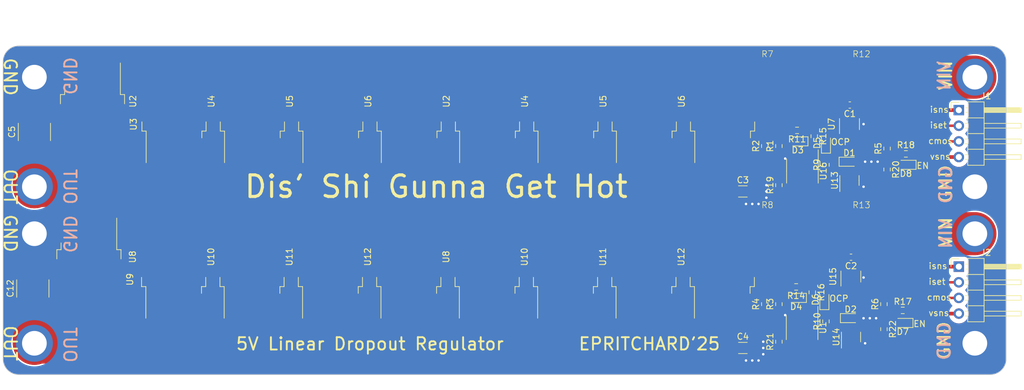
<source format=kicad_pcb>
(kicad_pcb (version 20221018) (generator pcbnew)
  (layers (0 "F.Cu" signal) (31 "B.Cu" signal) (34 "B.Paste" user) (35 "F.Paste" user) (36 "B.SilkS" user "B.Silkscreen") (37 "F.SilkS" user "F.Silkscreen") (38 "B.Mask" user) (39 "F.Mask" user) (44 "Edge.Cuts" user))
  (net 0 "")
  (net 1 "Net-(D1-K)")
  (net 2 "GND")
  (net 3 "Net-(D2-K)")
  (net 4 "/H-bridge/inject_OC_thresh_0")
  (net 5 "/H-bridge/inject_OC_thresh_1")
  (net 6 "/H-bridge/sw_0_oc_n")
  (net 7 "Net-(D5-A)")
  (net 8 "/H-bridge/sw_1_oc_n")
  (net 9 "Net-(D6-A)")
  (net 10 "Net-(D7-K)")
  (net 11 "/H-bridge/enable_1")
  (net 12 "Net-(D8-K)")
  (net 13 "/H-bridge/enable_0")
  (net 14 "/H-bridge/5v_1")
  (net 15 "/H-bridge/5v_0")
  (net 16 "/H-bridge/input_i_sns_0")
  (net 17 "/H-bridge/input_i_sns_1")
  (net 18 "/H-bridge/enable_n_1_cmos")
  (net 19 "/H-bridge/enable_n_0_cmos")
  (net 20 "Net-(R1-Pad2)")
  (net 21 "Net-(R2-Pad1)")
  (net 22 "/H-bridge/gate_0")
  (net 23 "Net-(R3-Pad2)")
  (net 24 "Net-(R4-Pad1)")
  (net 25 "/H-bridge/gate_1")
  (net 26 "+12V")
  (net 27 "Net-(U7-IN-)")
  (net 28 "Net-(U15-IN-)")
  (net 31 "Net-(R12-Pad1)")
  (net 32 "Net-(R13-Pad1)")
  (net 33 "/H-bridge/v_sns_0")
  (net 34 "/H-bridge/v_sns_1")
  (footprint "Package_TO_SOT_SMD:TO-263-6" (layer "F.Cu") (at 75.908666 54.556028 90)
    (fp_text reference "U10")
    (fp_text value "~")
  )
  (footprint "Diode_SMD:D_0603_1608Metric_Pad1.05x0.95mm_HandSolder" (layer "F.Cu") (at 172.9119 64.500275)
    (fp_text reference "D2")
    (fp_text value "D_Zener")
  )
  (footprint "Package_TO_SOT_SMD:TO-263-6" (layer "F.Cu") (at 63.208666 54.556028 90)
    (fp_text reference "U8")
    (fp_text value "~")
  )
  (footprint "Package_TO_SOT_SMD:TO-263-6" (layer "F.Cu") (at 152.165 29.325 90)
    (fp_text reference "U6")
    (fp_text value "~")
  )
  (footprint "Package_TO_SOT_SMD:TO-263-6" (layer "F.Cu") (at 139.408666 54.556028 90)
    (fp_text reference "U11")
    (fp_text value "~")
  )
  (footprint "Resistor_SMD:R_0603_1608Metric_Pad0.98x0.95mm_HandSolder" (layer "F.Cu") (at 178.308 66.294 -90)
    (fp_text reference "R22")
    (fp_text value "R")
  )
  (footprint "Resistor_SMD:R_0603_1608Metric_Pad0.98x0.95mm_HandSolder" (layer "F.Cu") (at 161.29 42.926 90)
    (fp_text reference "R19")
    (fp_text value "R")
  )
  (footprint "Connector_PinHeader_2.54mm:PinHeader_1x04_P2.54mm_Horizontal" (layer "F.Cu") (at 190.443 56.144)
    (fp_text reference "J2")
    (fp_text value "Conn_01x04")
  )
  (footprint "Diode_SMD:D_0603_1608Metric_Pad1.05x0.95mm_HandSolder" (layer "F.Cu") (at 164.338 35.814 180)
    (fp_text reference "D3")
    (fp_text value "D_Zener")
  )
  (footprint "LED_SMD:LED_0603_1608Metric_Pad1.05x0.95mm_HandSolder" (layer "F.Cu") (at 168.656 61.468 90)
    (fp_text reference "D6")
    (fp_text value "LED")
  )
  (footprint "Package_TO_SOT_SMD:TO-263-6" (layer "F.Cu") (at 114.008666 54.556028 90)
    (fp_text reference "U8")
    (fp_text value "~")
  )
  (footprint "Resistor_SMD:R_0603_1608Metric_Pad0.98x0.95mm_HandSolder" (layer "F.Cu") (at 161.29 36.576 90)
    (fp_text reference "R1")
    (fp_text value "R")
  )
  (footprint "Resistor_SMD:R_0603_1608Metric_Pad0.98x0.95mm_HandSolder" (layer "F.Cu") (at 159.004 62.23 90)
    (fp_text reference "R4")
    (fp_text value "R")
  )
  (footprint "Capacitor_SMD:C_2220_5650Metric_Pad1.97x5.40mm_HandSolder" (layer "F.Cu") (at 40.386 59.69 90)
    (fp_text reference "C12")
    (fp_text value "C")
  )
  (footprint "Resistor_SMD:R_0603_1608Metric_Pad0.98x0.95mm_HandSolder" (layer "F.Cu") (at 159.004 36.576 90)
    (fp_text reference "R2")
    (fp_text value "R")
  )
  (footprint "Connector_PinHeader_2.54mm:PinHeader_1x04_P2.54mm_Horizontal" (layer "F.Cu") (at 190.443 30.744)
    (fp_text reference "J1")
    (fp_text value "Conn_01x04")
  )
  (footprint "Resistor_SMD:R_0603_1608Metric_Pad0.98x0.95mm_HandSolder" (layer "F.Cu") (at 181.356 63.246)
    (fp_text reference "R17")
    (fp_text value "R")
  )
  (footprint "Capacitor_SMD:C_0603_1608Metric_Pad1.08x0.95mm_HandSolder" (layer "F.Cu") (at 172.780244 29.918224 180)
    (fp_text reference "C1")
    (fp_text value "C")
  )
  (footprint "Resistor_SMD:R_0603_1608Metric_Pad0.98x0.95mm_HandSolder" (layer "F.Cu") (at 161.29 62.23 90)
    (fp_text reference "R3")
    (fp_text value "R")
  )
  (footprint "Package_TO_SOT_SMD:TO-263-6" (layer "F.Cu") (at 152.108666 54.556028 90)
    (fp_text reference "U12")
    (fp_text value "~")
  )
  (footprint "Capacitor_SMD:C_1206_3216Metric_Pad1.33x1.80mm_HandSolder" (layer "F.Cu") (at 155.448 43.942)
    (fp_text reference "C3")
    (fp_text value "C")
  )
  (footprint "Resistor_SMD:R_0603_1608Metric_Pad0.98x0.95mm_HandSolder" (layer "F.Cu") (at 168.91 65.024 90)
    (fp_text reference "R10")
    (fp_text value "R")
  )
  (footprint "Package_TO_SOT_SMD:SOT-23-5" (layer "F.Cu") (at 172.72 42.164 90)
    (fp_text reference "U13")
    (fp_text value "SN74LVC1G14DBV")
  )
  (footprint "LED_SMD:LED_0603_1608Metric_Pad1.05x0.95mm_HandSolder" (layer "F.Cu") (at 181.356 65.278 180)
    (fp_text reference "D7")
    (fp_text value "LED")
  )
  (footprint "Resistor_SMD:R_0603_1608Metric_Pad0.98x0.95mm_HandSolder" (layer "F.Cu") (at 166.697302 60.308683 -90)
    (fp_text reference "R16")
    (fp_text value "R")
  )
  (footprint "Resistor_SMD:R_0603_1608Metric_Pad0.98x0.95mm_HandSolder" (layer "F.Cu") (at 168.91 39.624 90)
    (fp_text reference "R9")
    (fp_text value "R")
  )
  (footprint "Package_TO_SOT_SMD:TO-263-6" (layer "F.Cu") (at 101.308666 54.556028 90)
    (fp_text reference "U12")
    (fp_text value "~")
  )
  (footprint "Capacitor_SMD:C_2220_5650Metric_Pad1.97x5.40mm_HandSolder" (layer "F.Cu") (at 40.64 34.29 90)
    (fp_text reference "C5")
    (fp_text value "C")
  )
  (footprint "Package_TO_SOT_SMD:SOT-23-5_HandSoldering" (layer "F.Cu") (at 172.72 33.02 90)
    (fp_text reference "U7")
    (fp_text value "~")
  )
  (footprint "Package_TO_SOT_SMD:TO-263-6" (layer "F.Cu") (at 75.965 29.325 90)
    (fp_text reference "U4")
    (fp_text value "~")
  )
  (footprint "Package_TO_SOT_SMD:SOT-23-5_HandSoldering" (layer "F.Cu") (at 172.945158 57.755538 90)
    (fp_text reference "U15")
    (fp_text value "~")
  )
  (footprint "LED_SMD:LED_0603_1608Metric_Pad1.05x0.95mm_HandSolder" (layer "F.Cu") (at 181.864 39.624 180)
    (fp_text reference "D8")
    (fp_text value "LED")
  )
  (footprint "Diode_SMD:D_0603_1608Metric_Pad1.05x0.95mm_HandSolder" (layer "F.Cu") (at 164.084 61.214 180)
    (fp_text reference "D4")
    (fp_text value "D_Zener")
  )
  (footprint "Resistor_SMD:R_0603_1608Metric_Pad0.98x0.95mm_HandSolder" (layer "F.Cu") (at 178.308 62.23 90)
    (fp_text reference "R6")
    (fp_text value "R")
  )
  (footprint "Package_TO_SOT_SMD:TO-263-6" (layer "F.Cu") (at 101.365 29.325 90)
    (fp_text reference "U6")
    (fp_text value "~")
  )
  (footprint "Resistor_SMD:R_0603_1608Metric_Pad0.98x0.95mm_HandSolder" (layer "F.Cu") (at 181.864 37.846)
    (fp_text reference "R18")
    (fp_text value "R")
  )
  (footprint "Package_TO_SOT_SMD:TO-263-6" (layer "F.Cu") (at 88.665 29.325 90)
    (fp_text reference "U5")
    (fp_text value "~")
  )
  (footprint "Diode_SMD:D_0603_1608Metric_Pad1.05x0.95mm_HandSolder" (layer "F.Cu") (at 172.70597 39.117065)
    (fp_text reference "D1")
    (fp_text value "D_Zener")
  )
  (footprint "Package_TO_SOT_SMD:TO-263-6" (layer "F.Cu") (at 50.056275 33.05 -90)
    (fp_text reference "U3")
    (fp_text value "~")
  )
  (footprint "LED_SMD:LED_0603_1608Metric_Pad1.05x0.95mm_HandSolder" (layer "F.Cu") (at 168.91 36.068 90)
    (fp_text reference "D5")
    (fp_text value "LED")
  )
  (footprint "178-009-613R571:4527" (layer "F.Cu") (at 159.425398 22.149999)
    (fp_text reference "R7")
    (fp_text value "~")
  )
  (footprint "Package_TO_SOT_SMD:TO-263-6" (layer "F.Cu") (at 139.465 29.325 90)
    (fp_text reference "U5")
    (fp_text value "~")
  )
  (footprint "Resistor_SMD:R_0603_1608Metric_Pad0.98x0.95mm_HandSolder" (layer "F.Cu") (at 164.084 59.436 180)
    (fp_text reference "R14")
    (fp_text value "R")
  )
  (footprint "Package_TO_SOT_SMD:TO-263-6" (layer "F.Cu") (at 114.065 29.325 90)
    (fp_text reference "U2")
    (fp_text value "~")
  )
  (footprint "Package_SO:SOIC-8_3.9x4.9mm_P1.27mm" (layer "F.Cu") (at 165.1 40.64 -90)
    (fp_text reference "U16")
    (fp_text value "LM358")
  )
  (footprint "Resistor_SMD:R_0603_1608Metric_Pad0.98x0.95mm_HandSolder" (layer "F.Cu") (at 161.29 68.326 90)
    (fp_text reference "R21")
    (fp_text value "R")
  )
  (footprint "178-009-613R571:4527" (layer "F.Cu") (at 174.665399 46.649225)
    (fp_text reference "R13")
    (fp_text value "~")
  )
  (footprint "Package_TO_SOT_SMD:TO-263-6" (layer "F.Cu") (at 63.265 29.325 90)
    (fp_text reference "U2")
    (fp_text value "~")
  )
  (footprint "Package_TO_SOT_SMD:TO-263-6" (layer "F.Cu") (at 126.708666 54.556028 90)
    (fp_text reference "U10")
    (fp_text value "~")
  )
  (footprint "178-009-613R571:4527" (layer "F.Cu") (at 159.425399 46.649225)
    (fp_text reference "R8")
    (fp_text value "~")
  )
  (footprint "Package_TO_SOT_SMD:TO-263-6" (layer "F.Cu") (at 126.765 29.325 90)
    (fp_text reference "U4")
    (fp_text value "~")
  )
  (footprint "Resistor_SMD:R_0603_1608Metric_Pad0.98x0.95mm_HandSolder" (layer "F.Cu") (at 178.816 36.9805 90)
    (fp_text reference "R5")
    (fp_text value "R")
  )
  (footprint "178-009-613R571:4527" (layer "F.Cu") (at 174.665398 22.149999)
    (fp_text reference "R12")
    (fp_text value "~")
  )
  (footprint "Package_SO:SOIC-8_3.9x4.9mm_P1.27mm" (layer "F.Cu") (at 165.043666 66.04 -90)
    (fp_text reference "U1")
    (fp_text value "LM358")
  )
  (footprint "Resistor_SMD:R_0603_1608Metric_Pad0.98x0.95mm_HandSolder" (layer "F.Cu") (at 167.013345 34.984642 -90)
    (fp_text reference "R15")
    (fp_text value "R")
  )
  (footprint "Capacitor_SMD:C_1206_3216Metric_Pad1.33x1.80mm_HandSolder" (layer "F.Cu") (at 155.448 69.342)
    (fp_text reference "C4")
    (fp_text value "C")
  )
  (footprint "Resistor_SMD:R_0603_1608Metric_Pad0.98x0.95mm_HandSolder" (layer "F.Cu") (at 178.816 40.386 -90)
    (fp_text reference "R20")
    (fp_text value "R")
  )
  (footprint "Capacitor_SMD:C_0603_1608Metric_Pad1.08x0.95mm_HandSolder" (layer "F.Cu") (at 172.974 54.61 180)
    (fp_text reference "C2")
    (fp_text value "C")
  )
  (footprint "Package_TO_SOT_SMD:TO-263-6" (layer "F.Cu") (at 88.608666 54.556028 90)
    (fp_text reference "U11")
    (fp_text value "~")
  )
  (footprint "Resistor_SMD:R_0603_1608Metric_Pad0.98x0.95mm_HandSolder" (layer "F.Cu") (at 164.2345 34.036 180)
    (fp_text reference "R11")
    (fp_text value "R")
  )
  (footprint "Package_TO_SOT_SMD:SOT-23-5" (layer "F.Cu") (at 172.974 67.564 90)
    (fp_text reference "U14")
    (fp_text value "SN74LVC1G14DBV")
  )
  (footprint "Package_TO_SOT_SMD:TO-263-6" (layer "F.Cu") (at 49.473666 58.219146 -90)
    (fp_text reference "U9")
    (fp_text value "~")
  )
  (gr_line (start 198.12 71.12) (end 198.12 22.86) (stroke (width 0.1)) (layer "Edge.Cuts"))
  (gr_line (start 35.56 22.86) (end 35.56 71.12) (stroke (width 0.1)) (layer "Edge.Cuts"))
  (gr_arc (start 38.1 73.66) (mid 36.303949 72.916051) (end 35.56 71.12) (stroke (width 0.1)) (layer "Edge.Cuts"))
  (gr_line (start 195.58 20.32) (end 38.1 20.32) (stroke (width 0.1)) (layer "Edge.Cuts"))
  (gr_arc (start 198.12 71.12) (mid 197.376051 72.916051) (end 195.58 73.66) (stroke (width 0.1)) (layer "Edge.Cuts"))
  (gr_arc (start 35.56 22.86) (mid 36.303949 21.063949) (end 38.1 20.32) (stroke (width 0.1)) (layer "Edge.Cuts"))
  (gr_line (start 38.1 73.66) (end 195.58 73.66) (stroke (width 0.1)) (layer "Edge.Cuts"))
  (gr_arc (start 195.58 20.32) (mid 197.376051 21.063949) (end 198.12 22.86) (stroke (width 0.1)) (layer "Edge.Cuts"))
  (gr_text "GND" (at 189.484 39.624 90) (layer "B.SilkS") (effects (font (size 2 2) (thickness 0.3)) (justify left bottom mirror)))
  (gr_text "OUT" (at 45.212 71.882 -90) (layer "B.SilkS") (effects (font (size 2 2) (thickness 0.3)) (justify left bottom mirror)))
  (gr_text "GND" (at 45.212 28.448 -90) (layer "B.SilkS") (effects (font (size 2 2) (thickness 0.3)) (justify left bottom mirror)))
  (gr_text "VIN" (at 189.23 22.606 90) (layer "B.SilkS") (effects (font (size 2 2) (thickness 0.3)) (justify left bottom mirror)))
  (gr_text "OUT" (at 45.212 46.228 -90) (layer "B.SilkS") (effects (font (size 2 2) (thickness 0.3)) (justify left bottom mirror)))
  (gr_text "VIN" (at 189.484 48.26 90) (layer "B.SilkS") (effects (font (size 2 2) (thickness 0.3)) (justify left bottom mirror)))
  (gr_text "GND" (at 189.23 65.024 90) (layer "B.SilkS") (effects (font (size 2 2) (thickness 0.3)) (justify left bottom mirror)))
  (gr_text "GND" (at 45.212 54.102 -90) (layer "B.SilkS") (effects (font (size 2 2) (thickness 0.3)) (justify left bottom mirror)))
  (gr_text "GND" (at 35.56 22.098 -90) (layer "F.SilkS") (effects (font (size 2 2) (thickness 0.3)) (justify left bottom)))
  (gr_text "iset" (at 185.674 33.782) (layer "F.SilkS") (effects (font (size 1 1)) (justify left bottom)))
  (gr_text "EN" (at 183.016 66.013) (layer "F.SilkS") (effects (font (size 1 1)) (justify left bottom)))
  (gr_text "OCP" (at 169.391 61.898) (layer "F.SilkS") (effects (font (size 1 1)) (justify left bottom)))
  (gr_text "isns" (at 185.458236 56.625287) (layer "F.SilkS") (effects (font (size 1 1)) (justify left bottom)))
  (gr_text "VIN" (at 189.484 53.086 90) (layer "F.SilkS") (effects (font (size 2 2) (thickness 0.3)) (justify left bottom)))
  (gr_text "iset" (at 185.458236 59.165287) (layer "F.SilkS") (effects (font (size 1 1)) (justify left bottom)))
  (gr_text "EN" (at 183.524 40.359) (layer "F.SilkS") (effects (font (size 1 1)) (justify left bottom)))
  (gr_text "Dis' Shi Gunna Get Hot" (at 74.422 45.212) (layer "F.SilkS") (effects (font (size 3.5 3.5) (thickness 0.5)) (justify left bottom)))
  (gr_text "GND" (at 189.23 71.374 90) (layer "F.SilkS") (effects (font (size 2 2) (thickness 0.3)) (justify left bottom)))
  (gr_text "GND" (at 35.56 47.498 -90) (layer "F.SilkS") (effects (font (size 2 2) (thickness 0.3)) (justify left bottom)))
  (gr_text "VIN" (at 189.484 27.686 90) (layer "F.SilkS") (effects (font (size 2 2) (thickness 0.3)) (justify left bottom)))
  (gr_text "cmos" (at 185.204236 61.705287) (layer "F.SilkS") (effects (font (size 1 1)) (justify left bottom)))
  (gr_text "5V Linear Dropout Regulator	EPRITCHARD'25" (at 73.152 69.85) (layer "F.SilkS") (effects (font (size 2 2) (thickness 0.3)) (justify left bottom)))
  (gr_text "OUT" (at 35.56 65.532 270) (layer "F.SilkS") (effects (font (size 2 2) (thickness 0.3)) (justify left bottom)))
  (gr_text "OCP" (at 169.645 36.498) (layer "F.SilkS") (effects (font (size 1 1)) (justify left bottom)))
  (gr_text "vsns" (at 185.458236 64.245287) (layer "F.SilkS") (effects (font (size 1 1)) (justify left bottom)))
  (gr_text "isns" (at 185.674 31.242) (layer "F.SilkS") (effects (font (size 1 1)) (justify left bottom)))
  (gr_text "OUT" (at 35.56 40.132 270) (layer "F.SilkS") (effects (font (size 2 2) (thickness 0.3)) (justify left bottom)))
  (gr_text "GND" (at 189.484 45.974 90) (layer "F.SilkS") (effects (font (size 2 2) (thickness 0.3)) (justify left bottom)))
  (gr_text "cmos" (at 185.42 36.322) (layer "F.SilkS") (effects (font (size 1 1)) (justify left bottom)))
  (gr_text "vsns" (at 185.674 38.862) (layer "F.SilkS") (effects (font (size 1 1)) (justify left bottom)))
  (segment (start 171.28 40.5365) (end 171.77 41.0265) (width 0.6) (layer "F.Cu") (net 1))
  (segment (start 168.91 40.5365) (end 171.28 40.5365) (width 0.6) (layer "F.Cu") (net 1))
  (segment (start 171.77 41.0265) (end 171.77 39.178035) (width 0.6) (layer "F.Cu") (net 1))
  (segment (start 171.77 39.178035) (end 171.83097 39.117065) (width 0.6) (layer "F.Cu") (net 1))
  (segment (start 174.495 35.65) (end 175.006 35.139) (width 0.6) (layer "F.Cu") (net 2))
  (segment (start 176.022 64.516) (end 176.037725 64.500275) (width 0.6) (layer "F.Cu") (net 2))
  (segment (start 163.463 37.897) (end 163.195 38.165) (width 0.6) (layer "F.Cu") (net 2))
  (segment (start 178.007 65.3815) (end 177.1415 64.516) (width 0.6) (layer "F.Cu") (net 2))
  (segment (start 174.720158 60.385538) (end 173.070158 60.385538) (width 0.6) (layer "F.Cu") (net 2))
  (segment (start 175.1385 68.7015) (end 175.26 68.58) (width 0.4) (layer "F.Cu") (net 2))
  (segment (start 173.7869 64.500275) (end 174.990275 64.500275) (width 0.6) (layer "F.Cu") (net 2))
  (segment (start 174.990275 64.500275) (end 175.006 64.516) (width 0.6) (layer "F.Cu") (net 2))
  (segment (start 180.34 63.1425) (end 180.4435 63.246) (width 0.6) (layer "F.Cu") (net 2))
  (segment (start 177.591935 39.117065) (end 178.816 37.893) (width 0.6) (layer "F.Cu") (net 2))
  (segment (start 172.845 35.65) (end 174.495 35.65) (width 0.6) (layer "F.Cu") (net 2))
  (segment (start 173.67 43.3015) (end 174.8845 43.3015) (width 0.4) (layer "F.Cu") (net 2))
  (segment (start 162.695666 64.008) (end 162.306 64.008) (width 0.6) (layer "F.Cu") (net 2))
  (segment (start 172.72 35.525) (end 172.845 35.65) (width 0.6) (layer "F.Cu") (net 2))
  (segment (start 176.006275 64.500275) (end 176.022 64.516) (width 0.6) (layer "F.Cu") (net 2))
  (segment (start 177.038 64.516) (end 177.038 64.4125) (width 0.6) (layer "F.Cu") (net 2))
  (segment (start 163.195 38.165) (end 162.749 38.165) (width 0.6) (layer "F.Cu") (net 2))
  (segment (start 175.006 57.912) (end 175.006 60.099696) (width 0.6) (layer "F.Cu") (net 2))
  (segment (start 163.209 61.214) (end 163.209 63.494666) (width 0.6) (layer "F.Cu") (net 2))
  (segment (start 172.72 34.37) (end 172.72 35.525) (width 0.6) (layer "F.Cu") (net 2))
  (segment (start 175.006 35.139) (end 175.006 33.02) (width 0.6) (layer "F.Cu") (net 2))
  (segment (start 177.292 39.116) (end 177.292 39.117065) (width 0.6) (layer "F.Cu") (net 2))
  (segment (start 178.816 37.893) (end 180.9045 37.893) (width 0.6) (layer "F.Cu") (net 2))
  (segment (start 175.258935 39.117065) (end 175.26 39.116) (width 0.6) (layer "F.Cu") (net 2))
  (segment (start 48.786275 50.8) (end 43.18 50.8) (width 7) (layer "F.Cu") (net 2))
  (segment (start 172.945158 60.260538) (end 172.945158 59.105538) (width 0.6) (layer "F.Cu") (net 2))
  (segment (start 163.209 63.494666) (end 163.138666 63.565) (width 0.6) (layer "F.Cu") (net 2))
  (segment (start 40.64 29.464) (end 40.386 29.718) (width 7) (layer "F.Cu") (net 2))
  (segment (start 176.274935 39.117065) (end 176.276 39.116) (width 0.6) (layer "F.Cu") (net 2))
  (segment (start 177.292 39.117065) (end 177.591935 39.117065) (width 0.6) (layer "F.Cu") (net 2))
  (segment (start 173.924 68.7015) (end 175.1385 68.7015) (width 0.4) (layer "F.Cu") (net 2))
  (segment (start 177.038 64.4125) (end 178.308 63.1425) (width 0.6) (layer "F.Cu") (net 2))
  (segment (start 178.308 65.3815) (end 178.007 65.3815) (width 0.6) (layer "F.Cu") (net 2))
  (segment (start 40.64 50.8) (end 40.623666 50.816334) (width 7) (layer "F.Cu") (net 2))
  (segment (start 163.463 35.814) (end 163.463 37.897) (width 0.6) (layer "F.Cu") (net 2))
  (segment (start 176.277065 39.117065) (end 177.292 39.116) (width 0.6) (layer "F.Cu") (net 2))
  (segment (start 176.276 39.116) (end 176.277065 39.117065) (width 0.6) (layer "F.Cu") (net 2))
  (segment (start 173.58097 39.117065) (end 175.258935 39.117065) (width 0.6) (layer "F.Cu") (net 2))
  (segment (start 40.64 25.4) (end 40.64 29.464) (width 7) (layer "F.Cu") (net 2))
  (segment (start 178.816 39.4735) (end 177.648435 39.4735) (width 0.6) (layer "F.Cu") (net 2))
  (segment (start 178.308 63.1425) (end 180.34 63.1425) (width 0.6) (layer "F.Cu") (net 2))
  (segment (start 176.950225 64.500275) (end 177.038 64.4125) (width 0.6) (layer "F.Cu") (net 2))
  (segment (start 40.623666 50.816334) (end 40.623666 53.383001) (width 7) (layer "F.Cu") (net 2))
  (segment (start 174.8845 43.3015) (end 175.006 43.18) (width 0.4) (layer "F.Cu") (net 2))
  (segment (start 177.648435 39.4735) (end 177.292 39.117065) (width 0.6) (layer "F.Cu") (net 2))
  (segment (start 177.1415 64.516) (end 177.038 64.516) (width 0.6) (layer "F.Cu") (net 2))
  (segment (start 175.006 64.516) (end 175.021725 64.500275) (width 0.6) (layer "F.Cu") (net 2))
  (segment (start 175.006 60.099696) (end 174.720158 60.385538) (width 0.6) (layer "F.Cu") (net 2))
  (segment (start 175.021725 64.500275) (end 176.006275 64.500275) (width 0.6) (layer "F.Cu") (net 2))
  (segment (start 48.786275 25.4) (end 43.18 25.4) (width 7) (layer "F.Cu") (net 2))
  (segment (start 177.038 64.4125) (end 177.038 64.4125) (width 0.6) (layer "F.Cu") (net 2))
  (segment (start 180.9045 37.893) (end 180.9515 37.846) (width 0.6) (layer "F.Cu") (net 2))
  (segment (start 176.037725 64.500275) (end 176.950225 64.500275) (width 0.6) (layer "F.Cu") (net 2))
  (segment (start 163.138666 63.565) (end 162.695666 64.008) (width 0.6) (layer "F.Cu") (net 2))
  (segment (start 175.26 39.116) (end 175.261065 39.117065) (width 0.6) (layer "F.Cu") (net 2))
  (segment (start 162.749 38.165) (end 162.306 38.608) (width 0.6) (layer "F.Cu") (net 2))
  (segment (start 175.261065 39.117065) (end 176.274935 39.117065) (width 0.6) (layer "F.Cu") (net 2))
  (segment (start 173.070158 60.385538) (end 172.945158 60.260538) (width 0.6) (layer "F.Cu") (net 2))
  (via (at 193.04 43.18) (size 6) (drill 4) (layers "F.Cu" "B.Cu") (net 2))
  (via (at 175.006 57.912) (size 0.8) (drill 0.4) (layers "F.Cu" "B.Cu") (net 2))
  (via (at 156.972 45.974) (size 0.8) (drill 0.4) (layers "F.Cu" "B.Cu") (net 2))
  (via (at 40.64 25.4) (size 6) (drill 4) (layers "F.Cu" "B.Cu") (net 2))
  (via (at 176.022 64.516) (size 0.8) (drill 0.4) (layers "F.Cu" "B.Cu") (net 2))
  (via (at 176.276 39.116) (size 0.8) (drill 0.4) (layers "F.Cu" "B.Cu") (net 2))
  (via (at 155.956 45.974) (size 0.8) (drill 0.4) (layers "F.Cu" "B.Cu") (net 2))
  (via (at 193.040001 68.58) (size 6) (drill 4) (layers "F.Cu" "B.Cu") (net 2))
  (via (at 157.988 45.974) (size 0.8) (drill 0.4) (layers "F.Cu" "B.Cu") (net 2))
  (via (at 159.258 43.942) (size 0.8) (drill 0.4) (layers "F.Cu" "B.Cu") (net 2))
  (via (at 177.038 64.516) (size 0.8) (drill 0.4) (layers "F.Cu" "B.Cu") (net 2))
  (via (at 159.258 42.926) (size 0.8) (drill 0.4) (layers "F.Cu" "B.Cu") (net 2))
  (via (at 157.988 71.374) (size 0.8) (drill 0.4) (layers "F.Cu" "B.Cu") (net 2))
  (via (at 175.006 33.02) (size 0.8) (drill 0.4) (layers "F.Cu" "B.Cu") (net 2))
  (via (at 158.75 68.326) (size 0.8) (drill 0.4) (layers "F.Cu" "B.Cu") (net 2))
  (via (at 162.306 38.608) (size 0.8) (drill 0.4) (layers "F.Cu" "B.Cu") (net 2))
  (via (at 175.26 68.58) (size 0.8) (drill 0.4) (layers "F.Cu" "B.Cu") (net 2))
  (via (at 40.64 50.8) (size 6) (drill 4) (layers "F.Cu" "B.Cu") (net 2))
  (via (at 177.292 39.116) (size 0.8) (drill 0.4) (layers "F.Cu" "B.Cu") (net 2))
  (via (at 158.75 69.342) (size 0.8) (drill 0.4) (layers "F.Cu" "B.Cu") (net 2))
  (via (at 155.956 71.374) (size 0.8) (drill 0.4) (layers "F.Cu" "B.Cu") (net 2))
  (via (at 158.75 70.358) (size 0.8) (drill 0.4) (layers "F.Cu" "B.Cu") (net 2))
  (via (at 162.306 64.008) (size 0.8) (drill 0.4) (layers "F.Cu" "B.Cu") (net 2))
  (via (at 159.258 44.958) (size 0.8) (drill 0.4) (layers "F.Cu" "B.Cu") (net 2))
  (via (at 156.972 71.374) (size 0.8) (drill 0.4) (layers "F.Cu" "B.Cu") (net 2))
  (via (at 175.006 64.516) (size 0.8) (drill 0.4) (layers "F.Cu" "B.Cu") (net 2))
  (via (at 175.26 39.116) (size 0.8) (drill 0.4) (layers "F.Cu" "B.Cu") (net 2))
  (via (at 175.006 43.18) (size 0.8) (drill 0.4) (layers "F.Cu" "B.Cu") (net 2))
  (segment (start 171.534 65.9365) (end 172.024 66.4265) (width 0.6) (layer "F.Cu") (net 3))
  (segment (start 172.024 66.4265) (end 172.024 64.513175) (width 0.6) (layer "F.Cu") (net 3))
  (segment (start 168.91 65.9365) (end 171.534 65.9365) (width 0.6) (layer "F.Cu") (net 3))
  (segment (start 172.024 64.513175) (end 172.0369 64.500275) (width 0.6) (layer "F.Cu") (net 3))
  (segment (start 165.213 35.814) (end 165.213 34.102) (width 0.4) (layer "F.Cu") (net 4))
  (segment (start 175.448 37.15) (end 179.324 33.274) (width 0.4) (layer "F.Cu") (net 4))
  (segment (start 164.465 38.647817) (end 165.416183 39.599) (width 0.4) (layer "F.Cu") (net 4))
  (segment (start 179.334 33.284) (end 190.443 33.284) (width 0.4) (layer "F.Cu") (net 4))
  (segment (start 170.876 37.15) (end 175.448 37.15) (width 0.4) (layer "F.Cu") (net 4))
  (segment (start 169.926 38.1) (end 170.876 37.15) (width 0.4) (layer "F.Cu") (net 4))
  (segment (start 165.416183 39.599) (end 169.411561 39.599) (width 0.4) (layer "F.Cu") (net 4))
  (segment (start 164.465 38.165) (end 164.465 38.647817) (width 0.4) (layer "F.Cu") (net 4))
  (segment (start 169.926 39.084561) (end 169.926 38.1) (width 0.4) (layer "F.Cu") (net 4))
  (segment (start 179.324 33.274) (end 179.334 33.284) (width 0.4) (layer "F.Cu") (net 4))
  (segment (start 164.465 36.562) (end 165.213 35.814) (width 0.4) (layer "F.Cu") (net 4))
  (segment (start 164.465 38.165) (end 164.465 36.562) (width 0.4) (layer "F.Cu") (net 4))
  (segment (start 169.411561 39.599) (end 169.926 39.084561) (width 0.4) (layer "F.Cu") (net 4))
  (segment (start 165.213 34.102) (end 165.147 34.036) (width 0.4) (layer "F.Cu") (net 4))
  (segment (start 164.408666 63.565) (end 164.408666 61.764334) (width 0.4) (layer "F.Cu") (net 5))
  (segment (start 164.959 61.214) (end 164.959 59.4735) (width 0.4) (layer "F.Cu") (net 5))
  (segment (start 164.408666 61.764334) (end 164.959 61.214) (width 0.4) (layer "F.Cu") (net 5))
  (segment (start 179.08 58.684) (end 190.443 58.684) (width 0.4) (layer "F.Cu") (net 5))
  (segment (start 164.408666 64.047816) (end 165.35985 64.999) (width 0.4) (layer "F.Cu") (net 5))
  (segment (start 164.408666 63.565) (end 164.408666 64.047816) (width 0.4) (layer "F.Cu") (net 5))
  (segment (start 165.35985 64.999) (end 169.411561 64.999) (width 0.4) (layer "F.Cu") (net 5))
  (segment (start 179.07 58.674) (end 179.08 58.684) (width 0.4) (layer "F.Cu") (net 5))
  (segment (start 170.524462 61.885538) (end 175.858462 61.885538) (width 0.4) (layer "F.Cu") (net 5))
  (segment (start 169.926 64.484561) (end 169.926 62.484) (width 0.4) (layer "F.Cu") (net 5))
  (segment (start 175.858462 61.885538) (end 179.07 58.674) (width 0.4) (layer "F.Cu") (net 5))
  (segment (start 169.926 62.484) (end 170.524462 61.885538) (width 0.4) (layer "F.Cu") (net 5))
  (segment (start 169.411561 64.999) (end 169.926 64.484561) (width 0.4) (layer "F.Cu") (net 5))
  (segment (start 164.959 59.4735) (end 164.9965 59.436) (width 0.4) (layer "F.Cu") (net 5))
  (segment (start 168.3635 38.165) (end 168.91 38.7115) (width 0.6) (layer "F.Cu") (net 6))
  (segment (start 168.3635 38.165) (end 168.3635 37.4895) (width 0.6) (layer "F.Cu") (net 6))
  (segment (start 167.005 38.165) (end 168.3635 38.165) (width 0.6) (layer "F.Cu") (net 6))
  (segment (start 168.3635 37.4895) (end 168.91 36.943) (width 0.6) (layer "F.Cu") (net 6))
  (segment (start 167.717487 35.193) (end 167.013345 35.897142) (width 0.6) (layer "F.Cu") (net 7))
  (segment (start 168.91 35.193) (end 167.717487 35.193) (width 0.6) (layer "F.Cu") (net 7))
  (segment (start 167.386 63.565) (end 167.434 63.565) (width 0.6) (layer "F.Cu") (net 8))
  (segment (start 167.386 63.565) (end 168.3635 63.565) (width 0.6) (layer "F.Cu") (net 8))
  (segment (start 167.434 63.565) (end 168.656 62.343) (width 0.6) (layer "F.Cu") (net 8))
  (segment (start 168.3635 63.565) (end 168.91 64.1115) (width 0.6) (layer "F.Cu") (net 8))
  (segment (start 166.948666 63.565) (end 167.386 63.565) (width 0.6) (layer "F.Cu") (net 8))
  (segment (start 168.656 60.593) (end 167.325485 60.593) (width 0.6) (layer "F.Cu") (net 9))
  (segment (start 167.325485 60.593) (end 166.697302 61.221183) (width 0.6) (layer "F.Cu") (net 9))
  (segment (start 182.2685 63.246) (end 182.2685 65.2405) (width 0.4) (layer "F.Cu") (net 10))
  (segment (start 182.2685 65.2405) (end 182.231 65.278) (width 0.4) (layer "F.Cu") (net 10))
  (segment (start 176.06 68.911371) (end 175.081371 69.89) (width 0.4) (layer "F.Cu") (net 11))
  (segment (start 175.081371 69.89) (end 163.87 69.89) (width 0.4) (layer "F.Cu") (net 11))
  (segment (start 180.481 65.278) (end 179.465 66.294) (width 0.4) (layer "F.Cu") (net 11))
  (segment (start 163.138666 69.158666) (end 163.138666 68.515) (width 0.4) (layer "F.Cu") (net 11))
  (segment (start 163.87 69.89) (end 163.138666 69.158666) (width 0.4) (layer "F.Cu") (net 11))
  (segment (start 179.465 66.294) (end 174.0565 66.294) (width 0.4) (layer "F.Cu") (net 11))
  (segment (start 173.924 66.4265) (end 174.237871 66.4265) (width 0.4) (layer "F.Cu") (net 11))
  (segment (start 174.0565 66.294) (end 173.924 66.4265) (width 0.4) (layer "F.Cu") (net 11))
  (segment (start 174.237871 66.4265) (end 176.06 68.248629) (width 0.4) (layer "F.Cu") (net 11))
  (segment (start 176.06 68.248629) (end 176.06 68.911371) (width 0.4) (layer "F.Cu") (net 11))
  (segment (start 182.739 39.624) (end 182.739 37.8835) (width 0.4) (layer "F.Cu") (net 12))
  (segment (start 182.739 37.8835) (end 182.7765 37.846) (width 0.4) (layer "F.Cu") (net 12))
  (segment (start 173.67 41.0265) (end 173.983871 41.0265) (width 0.4) (layer "F.Cu") (net 13))
  (segment (start 174.827371 44.49) (end 164.087183 44.49) (width 0.4) (layer "F.Cu") (net 13))
  (segment (start 164.087183 44.49) (end 163.195 43.597817) (width 0.4) (layer "F.Cu") (net 13))
  (segment (start 174.2855 40.411) (end 173.67 41.0265) (width 0.4) (layer "F.Cu") (net 13))
  (segment (start 163.195 43.597817) (end 163.195 43.115) (width 0.4) (layer "F.Cu") (net 13))
  (segment (start 180.989 39.624) (end 180.202 40.411) (width 0.4) (layer "F.Cu") (net 13))
  (segment (start 175.806 43.511371) (end 174.827371 44.49) (width 0.4) (layer "F.Cu") (net 13))
  (segment (start 173.983871 41.0265) (end 175.806 42.848629) (width 0.4) (layer "F.Cu") (net 13))
  (segment (start 175.806 42.848629) (end 175.806 43.511371) (width 0.4) (layer "F.Cu") (net 13))
  (segment (start 180.202 40.411) (end 174.2855 40.411) (width 0.4) (layer "F.Cu") (net 13))
  (segment (start 99.568 68.375) (end 99.568 67.952126) (width 7) (layer "F.Cu") (net 14))
  (segment (start 152.500259 63.239149) (end 152.500259 66.045174) (width 7) (layer "F.Cu") (net 14))
  (segment (start 73.152 68.375) (end 53.34 68.375) (width 7) (layer "F.Cu") (net 14))
  (segment (start 112.746599 68.375) (end 114.298666 66.822933) (width 7) (layer "F.Cu") (net 14))
  (segment (start 135.382 68.375) (end 137.245127 68.375) (width 7) (layer "F.Cu") (net 14))
  (segment (start 109.982 68.375) (end 112.746599 68.375) (width 7) (layer "F.Cu") (net 14))
  (segment (start 114.298666 66.822933) (end 114.298666 63.551079) (width 7) (layer "F.Cu") (net 14))
  (segment (start 137.245127 68.375) (end 139.698666 65.921461) (width 7) (layer "F.Cu") (net 14))
  (segment (start 150.170433 68.375) (end 135.382 68.375) (width 7) (layer "F.Cu") (net 14))
  (segment (start 53.34 68.375) (end 40.845 68.375) (width 7) (layer "F.Cu") (net 14))
  (segment (start 53.34 68.375) (end 61.045127 68.375) (width 7) (layer "F.Cu") (net 14))
  (segment (start 86.445127 68.375) (end 88.898666 65.921461) (width 7) (layer "F.Cu") (net 14))
  (segment (start 63.498666 65.921461) (end 63.498666 63.406028) (width 7) (layer "F.Cu") (net 14))
  (segment (start 135.382 68.375) (end 124.714 68.375) (width 7) (layer "F.Cu") (net 14))
  (segment (start 86.106 68.375) (end 86.445127 68.375) (width 7) (layer "F.Cu") (net 14))
  (segment (start 99.568 67.952126) (end 101.6 65.920127) (width 7) (layer "F.Cu") (net 14))
  (segment (start 40.64 68.58) (end 40.64 64.77) (width 7) (layer "F.Cu") (net 14))
  (segment (start 73.152 68.375) (end 73.745127 68.375) (width 7) (layer "F.Cu") (net 14))
  (segment (start 164.408666 67.890761) (end 164.408666 68.515) (width 0.6) (layer "F.Cu") (net 14))
  (segment (start 99.568 68.375) (end 86.106 68.375) (width 7) (layer "F.Cu") (net 14))
  (segment (start 73.745127 68.375) (end 77.178666 64.941461) (width 7) (layer "F.Cu") (net 14))
  (segment (start 88.898666 65.921461) (end 88.898666 63.406028) (width 7) (layer "F.Cu") (net 14))
  (segment (start 151.505433 67.04) (end 163.557905 67.04) (width 0.6) (layer "F.Cu") (net 14))
  (segment (start 50.056275 59.95) (end 50.056275 65.091275) (width 7) (layer "F.Cu") (net 14))
  (segment (start 40.64 64.77) (end 40.386 64.516) (width 7) (layer "F.Cu") (net 14))
  (segment (start 139.698666 65.921461) (end 139.698666 63.406028) (width 7) (layer "F.Cu") (net 14))
  (segment (start 77.178666 63.406028) (end 76.2 63.406028) (width 7) (layer "F.Cu") (net 14))
  (segment (start 124.714 68.375) (end 109.982 68.375) (width 7) (layer "F.Cu") (net 14))
  (segment (start 150.170433 68.375) (end 151.505433 67.04) (width 0.6) (layer "F.Cu") (net 14))
  (segment (start 61.045127 68.375) (end 63.498666 65.921461) (width 7) (layer "F.Cu") (net 14))
  (segment (start 127 65.920127) (end 127 63.406028) (width 7) (layer "F.Cu") (net 14))
  (segment (start 124.714 68.375) (end 124.714 68.206126) (width 7) (layer "F.Cu") (net 14))
  (segment (start 50.056275 65.091275) (end 53.34 68.375) (width 7) (layer "F.Cu") (net 14))
  (segment (start 86.106 68.375) (end 73.745127 68.375) (width 7) (layer "F.Cu") (net 14))
  (segment (start 88.898666 63.406028) (end 89.878666 63.406028) (width 7) (layer "F.Cu") (net 14))
  (segment (start 124.714 68.206126) (end 127 65.920127) (width 7) (layer "F.Cu") (net 14))
  (segment (start 101.6 65.920127) (end 101.6 63.406028) (width 7) (layer "F.Cu") (net 14))
  (segment (start 109.982 68.375) (end 99.568 68.375) (width 7) (layer "F.Cu") (net 14))
  (segment (start 163.557905 67.04) (end 164.408666 67.890761) (width 0.6) (layer "F.Cu") (net 14))
  (segment (start 40.845 68.375) (end 40.64 68.58) (width 7) (layer "F.Cu") (net 14))
  (segment (start 77.178666 64.941461) (end 77.178666 63.406028) (width 7) (layer "F.Cu") (net 14))
  (segment (start 152.500259 66.045174) (end 150.170433 68.375) (width 7) (layer "F.Cu") (net 14))
  (via (at 40.64 68.58) (size 6) (drill 4) (layers "F.Cu" "B.Cu") (net 14))
  (segment (start 112.070433 42.975) (end 114.554 40.491433) (width 7) (layer "F.Cu") (net 15))
  (segment (start 164.465 42.490761) (end 163.614239 41.64) (width 0.6) (layer "F.Cu") (net 15))
  (segment (start 57.404 42.975) (end 61.270433 42.975) (width 7) (layer "F.Cu") (net 15))
  (segment (start 154.001687 41.656) (end 152.74556 40.399873) (width 0.6) (layer "F.Cu") (net 15))
  (segment (start 63.754 40.491433) (end 63.754 38.175) (width 7) (layer "F.Cu") (net 15))
  (segment (start 84.328 42.975) (end 86.670433 42.975) (width 7) (layer "F.Cu") (net 15))
  (segment (start 72.136 42.975) (end 73.970433 42.975) (width 7) (layer "F.Cu") (net 15))
  (segment (start 125.73 42.975) (end 110.236 42.975) (width 7) (layer "F.Cu") (net 15))
  (segment (start 72.136 42.975) (end 57.404 42.975) (width 7) (layer "F.Cu") (net 15))
  (segment (start 110.236 42.975) (end 112.070433 42.975) (width 7) (layer "F.Cu") (net 15))
  (segment (start 89.154 40.491433) (end 89.154 38.175) (width 7) (layer "F.Cu") (net 15))
  (segment (start 40.845 42.975) (end 40.64 43.18) (width 7) (layer "F.Cu") (net 15))
  (segment (start 86.670433 42.975) (end 89.154 40.491433) (width 7) (layer "F.Cu") (net 15))
  (segment (start 114.554 40.491433) (end 114.554 38.036) (width 7) (layer "F.Cu") (net 15))
  (segment (start 50.056275 34.55) (end 50.056275 39.691275) (width 7) (layer "F.Cu") (net 15))
  (segment (start 110.236 42.975) (end 99.06 42.975) (width 7) (layer "F.Cu") (net 15))
  (segment (start 50.056275 39.691275) (end 53.34 42.975) (width 7) (layer "F.Cu") (net 15))
  (segment (start 152.74556 38.157189) (end 152.74556 40.399873) (width 7) (layer "F.Cu") (net 15))
  (segment (start 57.404 42.975) (end 53.34 42.975) (width 7) (layer "F.Cu") (net 15))
  (segment (start 161.814 41.64) (end 161.798 41.656) (width 0.6) (layer "F.Cu") (net 15))
  (segment (start 101.854 40.491433) (end 101.854 38.175) (width 7) (layer "F.Cu") (net 15))
  (segment (start 53.34 42.975) (end 40.845 42.975) (width 7) (layer "F.Cu") (net 15))
  (segment (start 125.73 42.975) (end 127.254 41.451) (width 7) (layer "F.Cu") (net 15))
  (segment (start 127.254 41.451) (end 127.254 38.036) (width 7) (layer "F.Cu") (net 15))
  (segment (start 136.652 42.975) (end 125.73 42.975) (width 7) (layer "F.Cu") (net 15))
  (segment (start 99.06 42.975) (end 84.328 42.975) (width 7) (layer "F.Cu") (net 15))
  (segment (start 40.64 43.18) (end 40.64 38.862) (width 7) (layer "F.Cu") (net 15))
  (segment (start 150.170433 42.975) (end 136.652 42.975) (width 7) (layer "F.Cu") (net 15))
  (segment (start 73.970433 42.975) (end 76.454 40.491433) (width 7) (layer "F.Cu") (net 15))
  (segment (start 152.74556 40.399873) (end 150.170433 42.975) (width 7) (layer "F.Cu") (net 15))
  (segment (start 84.328 42.975) (end 72.136 42.975) (width 7) (layer "F.Cu") (net 15))
  (segment (start 139.954 40.491433) (end 139.954 38.175) (width 7) (layer "F.Cu") (net 15))
  (segment (start 99.06 42.975) (end 99.370433 42.975) (width 7) (layer "F.Cu") (net 15))
  (segment (start 99.370433 42.975) (end 101.854 40.491433) (width 7) (layer "F.Cu") (net 15))
  (segment (start 76.454 40.491433) (end 76.454 38.175) (width 7) (layer "F.Cu") (net 15))
  (segment (start 163.614239 41.64) (end 161.814 41.64) (width 0.6) (layer "F.Cu") (net 15))
  (segment (start 161.798 41.656) (end 154.001687 41.656) (width 0.6) (layer "F.Cu") (net 15))
  (segment (start 63.754 38.175) (end 64.535 38.175) (width 7) (layer "F.Cu") (net 15))
  (segment (start 61.270433 42.975) (end 63.754 40.491433) (width 7) (layer "F.Cu") (net 15))
  (segment (start 164.465 43.115) (end 164.465 42.490761) (width 0.6) (layer "F.Cu") (net 15))
  (segment (start 136.652 42.975) (end 137.470433 42.975) (width 7) (layer "F.Cu") (net 15))
  (via (at 40.64 43.18) (size 6) (drill 4) (layers "F.Cu" "B.Cu") (net 15))
  (segment (start 165.735 37.788249) (end 166.664133 36.859116) (width 0.25) (layer "F.Cu") (net 16))
  (segment (start 172.47 36.45) (end 172.72 36.45) (width 0.6) (layer "F.Cu") (net 16))
  (segment (start 168.11 36.422505) (end 168.489505 36.043) (width 0.25) (layer "F.Cu") (net 16))
  (segment (start 165.735 38.165) (end 165.735 37.788249) (width 0.25) (layer "F.Cu") (net 16))
  (segment (start 171.77 34.37) (end 171.77 35.75) (width 0.6) (layer "F.Cu") (net 16))
  (segment (start 171.477 36.043) (end 171.77 35.75) (width 0.25) (layer "F.Cu") (net 16))
  (segment (start 180.34 30.988) (end 180.34 30.983521) (width 0.6) (layer "F.Cu") (net 16))
  (segment (start 168.489505 36.043) (end 171.477 36.043) (width 0.25) (layer "F.Cu") (net 16))
  (segment (start 171.77 35.75) (end 172.47 36.45) (width 0.6) (layer "F.Cu") (net 16))
  (segment (start 180.34 30.983521) (end 180.579521 30.744) (width 0.6) (layer "F.Cu") (net 16))
  (segment (start 180.579521 30.744) (end 190.443 30.744) (width 0.6) (layer "F.Cu") (net 16))
  (segment (start 174.878 36.45) (end 180.34 30.988) (width 0.6) (layer "F.Cu") (net 16))
  (segment (start 172.72 36.45) (end 174.878 36.45) (width 0.6) (layer "F.Cu") (net 16))
  (segment (start 166.664133 36.859116) (end 168.11 36.859116) (width 0.25) (layer "F.Cu") (net 16))
  (segment (start 168.11 36.859116) (end 168.11 36.422505) (width 0.25) (layer "F.Cu") (net 16))
  (segment (start 171.995158 60.485538) (end 172.34081 60.83119) (width 0.6) (layer "F.Cu") (net 17))
  (segment (start 173.736 61.185538) (end 175.542462 61.185538) (width 0.6) (layer "F.Cu") (net 17))
  (segment (start 180.604 56.144) (end 190.443 56.144) (width 0.6) (layer "F.Cu") (net 17))
  (segment (start 167.856 61.822505) (end 168.185505 61.493) (width 0.25) (layer "F.Cu") (net 17))
  (segment (start 180.594 56.134) (end 180.604 56.144) (width 0.6) (layer "F.Cu") (net 17))
  (segment (start 171.995158 59.105538) (end 171.995158 60.485538) (width 0.6) (layer "F.Cu") (net 17))
  (segment (start 166.323666 62.543249) (end 166.607799 62.259116) (width 0.25) (layer "F.Cu") (net 17))
  (segment (start 167.856 62.259116) (end 167.856 61.822505) (width 0.25) (layer "F.Cu") (net 17))
  (segment (start 169.901 61.493) (end 170.56281 60.83119) (width 0.25) (layer "F.Cu") (net 17))
  (segment (start 165.678666 63.565) (end 166.323666 62.92) (width 0.25) (layer "F.Cu") (net 17))
  (segment (start 170.56281 60.83119) (end 172.34081 60.83119) (width 0.25) (layer "F.Cu") (net 17))
  (segment (start 166.323666 62.92) (end 166.323666 62.543249) (width 0.25) (layer "F.Cu") (net 17))
  (segment (start 166.607799 62.259116) (end 167.856 62.259116) (width 0.25) (layer "F.Cu") (net 17))
  (segment (start 172.34081 60.83119) (end 172.695158 61.185538) (width 0.6) (layer "F.Cu") (net 17))
  (segment (start 172.695158 61.185538) (end 173.736 61.185538) (width 0.6) (layer "F.Cu") (net 17))
  (segment (start 175.542462 61.185538) (end 180.594 56.134) (width 0.6) (layer "F.Cu") (net 17))
  (segment (start 168.185505 61.493) (end 169.901 61.493) (width 0.25) (layer "F.Cu") (net 17))
  (segment (start 172.974 68.7015) (end 172.974 68.211183) (width 0.4) (layer "F.Cu") (net 18))
  (segment (start 161.29 64.94) (end 161.29 63.1425) (width 0.4) (layer "F.Cu") (net 18))
  (segment (start 176.10699 62.485538) (end 177.368528 61.224) (width 0.4) (layer "F.Cu") (net 18))
  (segment (start 177.368528 61.224) (end 190.443 61.224) (width 0.4) (layer "F.Cu") (net 18))
  (segment (start 172.326817 67.564) (end 167.894 67.564) (width 0.4) (layer "F.Cu") (net 18))
  (segment (start 172.974 68.211183) (end 172.326817 67.564) (width 0.4) (layer "F.Cu") (net 18))
  (segment (start 165.929 65.599) (end 165.111322 65.599) (width 0.4) (layer "F.Cu") (net 18))
  (segment (start 172.974 62.485538) (end 176.10699 62.485538) (width 0.4) (layer "F.Cu") (net 18))
  (segment (start 167.894 67.564) (end 165.929 65.599) (width 0.4) (layer "F.Cu") (net 18))
  (segment (start 172.974 68.7015) (end 172.974 62.485538) (width 0.4) (layer "F.Cu") (net 18))
  (segment (start 164.452322 64.94) (end 161.29 64.94) (width 0.4) (layer "F.Cu") (net 18))
  (segment (start 165.111322 65.599) (end 164.452322 64.94) (width 0.4) (layer "F.Cu") (net 18))
  (segment (start 167.382817 41.74) (end 167.382817 40.890817) (width 0.4) (layer "F.Cu") (net 19))
  (segment (start 167.382817 40.890817) (end 166.691 40.199) (width 0.4) (layer "F.Cu") (net 19))
  (segment (start 166.691 40.199) (end 165.167655 40.199) (width 0.4) (layer "F.Cu") (net 19))
  (segment (start 175.696528 37.75) (end 177.622528 35.824) (width 0.4) (layer "F.Cu") (net 19))
  (segment (start 167.806817 42.164) (end 167.382817 41.74) (width 0.4) (layer "F.Cu") (net 19))
  (segment (start 164.508655 39.54) (end 161.29 39.54) (width 0.4) (layer "F.Cu") (net 19))
  (segment (start 172.72 43.3015) (end 172.72 42.811183) (width 0.4) (layer "F.Cu") (net 19))
  (segment (start 165.167655 40.199) (end 164.508655 39.54) (width 0.4) (layer "F.Cu") (net 19))
  (segment (start 161.29 39.54) (end 161.29 37.4885) (width 0.4) (layer "F.Cu") (net 19))
  (segment (start 172.072817 42.164) (end 167.806817 42.164) (width 0.4) (layer "F.Cu") (net 19))
  (segment (start 177.622528 35.824) (end 190.443 35.824) (width 0.4) (layer "F.Cu") (net 19))
  (segment (start 172.72 42.811183) (end 172.072817 42.164) (width 0.4) (layer "F.Cu") (net 19))
  (segment (start 172.816 37.75) (end 175.696528 37.75) (width 0.4) (layer "F.Cu") (net 19))
  (segment (start 172.72 43.3015) (end 172.72 37.846) (width 0.4) (layer "F.Cu") (net 19))
  (segment (start 172.72 37.846) (end 172.816 37.75) (width 0.4) (layer "F.Cu") (net 19))
  (segment (start 157.829059 33.357189) (end 157.49687 33.025) (width 0.6) (layer "F.Cu") (net 20))
  (segment (start 57.365 28.898725) (end 53.866275 25.4) (width 0.6) (layer "F.Cu") (net 20))
  (segment (start 161.29 35.6635) (end 158.983689 33.357189) (width 0.6) (layer "F.Cu") (net 20))
  (segment (start 157.49687 33.025) (end 57.804341 33.025) (width 0.6) (layer "F.Cu") (net 20))
  (segment (start 57.365 32.585659) (end 57.365 28.898725) (width 0.6) (layer "F.Cu") (net 20))
  (segment (start 57.804341 33.025) (end 57.365 32.585659) (width 0.6) (layer "F.Cu") (net 20))
  (segment (start 158.983689 33.357189) (end 157.829059 33.357189) (width 0.6) (layer "F.Cu") (net 20))
  (segment (start 163.945609 40.84) (end 164.745609 41.64) (width 0.6) (layer "F.Cu") (net 21))
  (segment (start 164.884239 41.64) (end 165.735 42.490761) (width 0.6) (layer "F.Cu") (net 21))
  (segment (start 165.735 42.490761) (end 165.735 43.115) (width 0.6) (layer "F.Cu") (net 21))
  (segment (start 164.745609 41.64) (end 164.884239 41.64) (width 0.6) (layer "F.Cu") (net 21))
  (segment (start 159.004 37.4885) (end 159.004 40.386) (width 0.6) (layer "F.Cu") (net 21))
  (segment (start 159.004 40.386) (end 159.474 40.856) (width 0.6) (layer "F.Cu") (net 21))
  (segment (start 159.474 40.856) (end 160.02 40.856) (width 0.6) (layer "F.Cu") (net 21))
  (segment (start 160.02 40.856) (end 160.036 40.84) (width 0.6) (layer "F.Cu") (net 21))
  (segment (start 160.036 40.84) (end 163.945609 40.84) (width 0.6) (layer "F.Cu") (net 21))
  (segment (start 149.152862 34.157189) (end 157.497689 34.157189) (width 0.6) (layer "F.Cu") (net 22))
  (segment (start 148.355 34.955051) (end 149.152862 34.157189) (width 0.6) (layer "F.Cu") (net 22))
  (segment (start 97.555 36.975) (end 97.555 34.955051) (width 0.6) (layer "F.Cu") (net 22))
  (segment (start 107.455 34.175) (end 110.255 36.975) (width 0.6) (layer "F.Cu") (net 22))
  (segment (start 94.755 34.175) (end 97.555 36.975) (width 0.6) (layer "F.Cu") (net 22))
  (segment (start 123.874051 34.036) (end 132.716 34.036) (width 0.6) (layer "F.Cu") (net 22))
  (segment (start 135.655 36.975) (end 135.655 34.955051) (width 0.6) (layer "F.Cu") (net 22))
  (segment (start 97.555 34.955051) (end 98.335051 34.175) (width 0.6) (layer "F.Cu") (net 22))
  (segment (start 110.255 34.955051) (end 111.174051 34.036) (width 0.6) (layer "F.Cu") (net 22))
  (segment (start 157.497689 34.157189) (end 159.004 35.6635) (width 0.6) (layer "F.Cu") (net 22))
  (segment (start 120.016 34.036) (end 122.955 36.975) (width 0.6) (layer "F.Cu") (net 22))
  (segment (start 72.935051 34.175) (end 82.055 34.175) (width 0.6) (layer "F.Cu") (net 22))
  (segment (start 82.055 34.175) (end 84.855 36.975) (width 0.6) (layer "F.Cu") (net 22))
  (segment (start 148.355 36.975) (end 148.355 34.955051) (width 0.6) (layer "F.Cu") (net 22))
  (segment (start 136.435051 34.175) (end 145.555 34.175) (width 0.6) (layer "F.Cu") (net 22))
  (segment (start 72.155 35.579) (end 72.155 36.975) (width 0.6) (layer "F.Cu") (net 22))
  (segment (start 59.455 34.955051) (end 60.235051 34.175) (width 0.6) (layer "F.Cu") (net 22))
  (segment (start 60.235051 34.175) (end 70.751 34.175) (width 0.6) (layer "F.Cu") (net 22))
  (segment (start 132.716 34.036) (end 135.655 36.975) (width 0.6) (layer "F.Cu") (net 22))
  (segment (start 84.855 36.975) (end 84.855 34.955051) (width 0.6) (layer "F.Cu") (net 22))
  (segment (start 122.955 36.975) (end 122.955 34.955051) (width 0.6) (layer "F.Cu") (net 22))
  (segment (start 59.455 36.975) (end 59.455 34.955051) (width 0.6) (layer "F.Cu") (net 22))
  (segment (start 98.335051 34.175) (end 107.455 34.175) (width 0.6) (layer "F.Cu") (net 22))
  (segment (start 135.655 34.955051) (end 136.435051 34.175) (width 0.6) (layer "F.Cu") (net 22))
  (segment (start 70.751 34.175) (end 72.155 35.579) (width 0.6) (layer "F.Cu") (net 22))
  (segment (start 85.635051 34.175) (end 94.755 34.175) (width 0.6) (layer "F.Cu") (net 22))
  (segment (start 84.855 34.955051) (end 85.635051 34.175) (width 0.6) (layer "F.Cu") (net 22))
  (segment (start 110.255 36.975) (end 110.255 34.955051) (width 0.6) (layer "F.Cu") (net 22))
  (segment (start 72.155 34.955051) (end 72.935051 34.175) (width 0.6) (layer "F.Cu") (net 22))
  (segment (start 122.955 34.955051) (end 123.874051 34.036) (width 0.6) (layer "F.Cu") (net 22))
  (segment (start 111.174051 34.036) (end 120.016 34.036) (width 0.6) (layer "F.Cu") (net 22))
  (segment (start 145.555 34.175) (end 148.355 36.975) (width 0.6) (layer "F.Cu") (net 22))
  (segment (start 72.155 36.975) (end 72.155 34.955051) (width 0.6) (layer "F.Cu") (net 22))
  (segment (start 161.29 61.3175) (end 158.411649 58.439149) (width 0.6) (layer "F.Cu") (net 23))
  (segment (start 55.373666 55.881687) (end 55.373666 52.659146) (width 0.6) (layer "F.Cu") (net 23))
  (segment (start 57.931128 58.439149) (end 55.373666 55.881687) (width 0.6) (layer "F.Cu") (net 23))
  (segment (start 55.373666 52.659146) (end 53.283666 50.569146) (width 0.6) (layer "F.Cu") (net 23))
  (segment (start 158.411649 58.439149) (end 57.931128 58.439149) (width 0.6) (layer "F.Cu") (net 23))
  (segment (start 164.689275 67.04) (end 164.827905 67.04) (width 0.6) (layer "F.Cu") (net 24))
  (segment (start 165.678666 67.890761) (end 165.678666 68.515) (width 0.6) (layer "F.Cu") (net 24))
  (segment (start 163.889275 66.24) (end 164.689275 67.04) (width 0.6) (layer "F.Cu") (net 24))
  (segment (start 159.004 65.278) (end 159.966 66.24) (width 0.6) (layer "F.Cu") (net 24))
  (segment (start 159.966 66.24) (end 163.889275 66.24) (width 0.6) (layer "F.Cu") (net 24))
  (segment (start 164.827905 67.04) (end 165.678666 67.890761) (width 0.6) (layer "F.Cu") (net 24))
  (segment (start 159.004 63.1425) (end 159.004 65.278) (width 0.6) (layer "F.Cu") (net 24))
  (segment (start 72.878717 59.406028) (end 78.938615 59.406028) (width 0.6) (layer "F.Cu") (net 25))
  (segment (start 84.798666 60.186079) (end 85.578717 59.406028) (width 0.6) (layer "F.Cu") (net 25))
  (segment (start 59.398666 62.206028) (end 59.398666 60.186079) (width 0.6) (layer "F.Cu") (net 25))
  (segment (start 84.798666 62.206028) (end 84.798666 60.186079) (width 0.6) (layer "F.Cu") (net 25))
  (segment (start 81.998666 59.406028) (end 84.798666 62.206028) (width 0.6) (layer "F.Cu") (net 25))
  (segment (start 79.083666 59.551079) (end 79.228717 59.406028) (width 0.6) (layer "F.Cu") (net 25))
  (segment (start 110.978717 59.406028) (end 115.768615 59.406028) (width 0.6) (layer "F.Cu") (net 25))
  (segment (start 116.058717 59.406028) (end 120.098666 59.406028) (width 0.6) (layer "F.Cu") (net 25))
  (segment (start 107.398666 59.406028) (end 110.198666 62.206028) (width 0.6) (layer "F.Cu") (net 25))
  (segment (start 136.378717 59.406028) (end 145.498666 59.406028) (width 0.6) (layer "F.Cu") (net 25))
  (segment (start 97.498666 62.206028) (end 97.498666 60.186079) (width 0.6) (layer "F.Cu") (net 25))
  (segment (start 97.498666 60.186079) (end 98.278717 59.406028) (width 0.6) (layer "F.Cu") (net 25))
  (segment (start 69.298666 59.406028) (end 72.098666 62.206028) (width 0.6) (layer "F.Cu") (net 25))
  (segment (start 85.578717 59.406028) (end 94.698666 59.406028) (width 0.6) (layer "F.Cu") (net 25))
  (segment (start 110.198666 60.186079) (end 110.978717 59.406028) (width 0.6) (layer "F.Cu") (net 25))
  (segment (start 110.198666 62.206028) (end 110.198666 60.186079) (width 0.6) (layer "F.Cu") (net 25))
  (segment (start 148.298666 62.206028) (end 148.298666 60.186079) (width 0.6) (layer "F.Cu") (net 25))
  (segment (start 149.078717 59.406028) (end 150.676526 59.406028) (width 0.6) (layer "F.Cu") (net 25))
  (segment (start 122.898666 60.186079) (end 123.678717 59.406028) (width 0.6) (layer "F.Cu") (net 25))
  (segment (start 132.798666 59.406028) (end 135.598666 62.206028) (width 0.6) (layer "F.Cu") (net 25))
  (segment (start 72.098666 60.186079) (end 72.878717 59.406028) (width 0.6) (layer "F.Cu") (net 25))
  (segment (start 156.925649 59.239149) (end 159.004 61.3175) (width 0.6) (layer "F.Cu") (net 25))
  (segment (start 94.698666 59.406028) (end 97.498666 62.206028) (width 0.6) (layer "F.Cu") (net 25))
  (segment (start 60.178717 59.406028) (end 69.298666 59.406028) (width 0.6) (layer "F.Cu") (net 25))
  (segment (start 135.598666 62.206028) (end 135.598666 60.186079) (width 0.6) (layer "F.Cu") (net 25))
  (segment (start 150.843405 59.239149) (end 156.925649 59.239149) (width 0.6) (layer "F.Cu") (net 25))
  (segment (start 79.228717 59.406028) (end 81.998666 59.406028) (width 0.6) (layer "F.Cu") (net 25))
  (segment (start 145.498666 59.406028) (end 148.298666 62.206028) (width 0.6) (layer "F.Cu") (net 25))
  (segment (start 120.098666 59.406028) (end 122.898666 62.206028) (width 0.6) (layer "F.Cu") (net 25))
  (segment (start 59.398666 60.186079) (end 60.178717 59.406028) (width 0.6) (layer "F.Cu") (net 25))
  (segment (start 135.598666 60.186079) (end 136.378717 59.406028) (width 0.6) (layer "F.Cu") (net 25))
  (segment (start 98.278717 59.406028) (end 107.398666 59.406028) (width 0.6) (layer "F.Cu") (net 25))
  (segment (start 123.678717 59.406028) (end 132.798666 59.406028) (width 0.6) (layer "F.Cu") (net 25))
  (segment (start 72.098666 62.206028) (end 72.098666 60.186079) (width 0.6) (layer "F.Cu") (net 25))
  (segment (start 148.298666 60.186079) (end 149.078717 59.406028) (width 0.6) (layer "F.Cu") (net 25))
  (segment (start 122.898666 62.206028) (end 122.898666 60.186079) (width 0.6) (layer "F.Cu") (net 25))
  (segment (start 115.768615 59.406028) (end 115.913666 59.551079) (width 0.6) (layer "F.Cu") (net 25))
  (segment (start 115.913666 59.551079) (end 116.058717 59.406028) (width 0.6) (layer "F.Cu") (net 25))
  (segment (start 78.938615 59.406028) (end 79.083666 59.551079) (width 0.6) (layer "F.Cu") (net 25))
  (segment (start 150.676526 59.406028) (end 150.843405 59.239149) (width 0.6) (layer "F.Cu") (net 25))
  (segment (start 173.895158 59.105538) (end 173.895158 57.658) (width 0.6) (layer "F.Cu") (net 26))
  (segment (start 166.697302 59.396183) (end 166.697302 59.255302) (width 0.6) (layer "F.Cu") (net 26))
  (segment (start 173.67 29.94548) (end 173.642744 29.918224) (width 0.6) (layer "F.Cu") (net 26))
  (segment (start 185.14245 51.07755) (end 185.42 50.8) (width 7) (layer "F.Cu") (net 26))
  (segment (start 165.661483 33.02) (end 165.354 33.02) (width 0.6) (layer "F.Cu") (net 26))
  (segment (start 160.137975 65.422025) (end 160.415 65.145) (width 0.4) (layer "F.Cu") (net 26))
  (segment (start 185.42 25.4) (end 193.04 25.4) (width 7) (layer "F.Cu") (net 26))
  (segment (start 173.67 31.67) (end 173.67 29.94548) (width 0.6) (layer "F.Cu") (net 26))
  (segment (start 162.538 34.9235) (end 164.4415 33.02) (width 0.4) (layer "F.Cu") (net 26))
  (segment (start 165.256483 66.34) (end 164.979225 66.34) (width 0.4) (layer "F.Cu") (net 26))
  (segment (start 173.895158 54.668658) (end 173.8365 54.61) (width 0.6) (layer "F.Cu") (net 26))
  (segment (start 165.354 33.02) (end 173.67 33.02) (width 0.4) (layer "F.Cu") (net 26))
  (segment (start 161.791561 36.551) (end 162.538 35.804561) (width 0.4) (layer "F.Cu") (net 26))
  (segment (start 160.415 40.14) (end 160.415 36.974439) (width 0.4) (layer "F.Cu") (net 26))
  (segment (start 178.522151 31.67) (end 184.514601 25.67755) (width 0.6) (layer "F.Cu") (net 26))
  (segment (start 164.235559 40.14) (end 160.415 40.14) (width 0.4) (layer "F.Cu") (net 26))
  (segment (start 167.005 42.632183) (end 165.195037 40.82222) (width 0.4) (layer "F.Cu") (net 26))
  (segment (start 165.195037 40.82222) (end 164.917779 40.82222) (width 0.4) (layer "F.Cu") (net 26))
  (segment (start 160.807 62.205) (end 161.791561 62.205) (width 0.4) (layer "F.Cu") (net 26))
  (segment (start 167.005 43.115) (end 167.005 42.632183) (width 0.4) (layer "F.Cu") (net 26))
  (segment (start 162.284 60.474) (end 165.1 57.658) (width 0.4) (layer "F.Cu") (net 26))
  (segment (start 162.284 61.712561) (end 162.284 60.474) (width 0.4) (layer "F.Cu") (net 26))
  (segment (start 173.895158 56.405538) (end 173.895158 54.668658) (width 0.6) (layer "F.Cu") (net 26))
  (segment (start 160.415 65.145) (end 160.415 62.597) (width 0.4) (layer "F.Cu") (net 26))
  (segment (start 164.4415 33.02) (end 165.354 33.02) (width 0.4) (layer "F.Cu") (net 26))
  (segment (start 164.979225 66.34) (end 164.179225 65.54) (width 0.4) (layer "F.Cu") (net 26))
  (segment (start 185.42 50.8) (end 193.04 50.8) (width 7) (layer "F.Cu") (net 26))
  (segment (start 185.14245 25.67755) (end 185.42 25.4) (width 7) (layer "F.Cu") (net 26))
  (segment (start 173.67 34.37) (end 173.67 33.02) (width 0.6) (layer "F.Cu") (net 26))
  (segment (start 173.67 31.67) (end 178.522151 31.67) (width 0.6) (layer "F.Cu") (net 26))
  (segment (start 160.415 36.974439) (end 160.838439 36.551) (width 0.4) (layer "F.Cu") (net 26))
  (segment (start 167.013345 34.072142) (end 166.713625 34.072142) (width 0.6) (layer "F.Cu") (net 26))
  (segment (start 162.538 35.804561) (end 162.538 34.9235) (width 0.4) (layer "F.Cu") (net 26))
  (segment (start 166.697302 59.255302) (end 165.1 57.658) (width 0.6) (layer "F.Cu") (net 26))
  (segment (start 160.415 62.597) (end 160.807 62.205) (width 0.4) (layer "F.Cu") (net 26))
  (segment (start 164.179225 65.54) (end 160.25595 65.54) (width 0.4) (layer "F.Cu") (net 26))
  (segment (start 164.917779 40.82222) (end 164.235559 40.14) (width 0.4) (layer "F.Cu") (net 26))
  (segment (start 179.04784 56.405538) (end 184.514602 50.938776) (width 0.6) (layer "F.Cu") (net 26))
  (segment (start 173.895158 57.658) (end 173.895158 56.405538) (width 0.6) (layer "F.Cu") (net 26))
  (segment (start 173.67 33.02) (end 173.67 31.67) (width 0.6) (layer "F.Cu") (net 26))
  (segment (start 184.514601 25.67755) (end 185.14245 25.67755) (width 7) (layer "F.Cu") (net 26))
  (segment (start 166.948666 68.515) (end 166.948666 68.032183) (width 0.4) (layer "F.Cu") (net 26))
  (segment (start 166.948666 68.032183) (end 165.256483 66.34) (width 0.4) (layer "F.Cu") (net 26))
  (segment (start 166.713625 34.072142) (end 165.661483 33.02) (width 0.6) (layer "F.Cu") (net 26))
  (segment (start 165.1 57.658) (end 173.895158 57.658) (width 0.4) (layer "F.Cu") (net 26))
  (segment (start 161.791561 62.205) (end 162.284 61.712561) (width 0.4) (layer "F.Cu") (net 26))
  (segment (start 160.25595 65.54) (end 160.137975 65.422025) (width 0.4) (layer "F.Cu") (net 26))
  (segment (start 173.895158 56.405538) (end 179.04784 56.405538) (width 0.6) (layer "F.Cu") (net 26))
  (segment (start 160.838439 36.551) (end 161.791561 36.551) (width 0.4) (layer "F.Cu") (net 26))
  (via (at 193.04 50.8) (size 6) (drill 4) (layers "F.Cu" "B.Cu") (net 26))
  (via (at 193.04 25.4) (size 6) (drill 4) (layers "F.Cu" "B.Cu") (net 26))
  (segment (start 65.41245 25.67755) (end 63.265 27.825) (width 7) (layer "F.Cu") (net 27))
  (segment (start 171.77 31.67) (end 167.16416 31.67) (width 0.6) (layer "F.Cu") (net 27))
  (segment (start 171.77 31.67) (end 171.77 30.065968) (width 0.6) (layer "F.Cu") (net 27))
  (segment (start 161.17171 25.67755) (end 65.41245 25.67755) (width 7) (layer "F.Cu") (net 27))
  (segment (start 167.16416 31.67) (end 161.17171 25.67755) (width 0.6) (layer "F.Cu") (net 27))
  (segment (start 171.77 30.065968) (end 171.917744 29.918224) (width 0.6) (layer "F.Cu") (net 27))
  (segment (start 65.41245 51.07755) (end 63.265 53.225) (width 7) (layer "F.Cu") (net 28))
  (segment (start 161.171711 50.176776) (end 160.270937 51.07755) (width 7) (layer "F.Cu") (net 28))
  (segment (start 171.995158 56.405538) (end 166.638473 56.405538) (width 0.6) (layer "F.Cu") (net 28))
  (segment (start 160.270937 51.07755) (end 65.41245 51.07755) (width 7) (layer "F.Cu") (net 28))
  (segment (start 166.638473 56.405538) (end 161.171711 50.938776) (width 0.6) (layer "F.Cu") (net 28))
  (segment (start 171.995158 56.405538) (end 171.995158 54.726342) (width 0.6) (layer "F.Cu") (net 28))
  (segment (start 171.995158 54.726342) (end 172.1115 54.61) (width 0.6) (layer "F.Cu") (net 28))
  (segment (start 176.41171 25.67755) (end 169.274601 25.67755) (width 7) (layer "F.Cu") (net 31))
  (segment (start 175.510936 50.176776) (end 169.274602 50.176776) (width 7) (layer "F.Cu") (net 32))
  (segment (start 176.506 43.801321) (end 176.506 43.6085) (width 0.6) (layer "F.Cu") (net 33))
  (segment (start 161.29 43.8385) (end 162.6415 45.19) (width 0.6) (layer "F.Cu") (net 33))
  (segment (start 176.506 43.6085) (end 178.816 41.2985) (width 0.6) (layer "F.Cu") (net 33))
  (segment (start 185.2695 41.2985) (end 188.204 38.364) (width 0.6) (layer "F.Cu") (net 33))
  (segment (start 162.6415 45.19) (end 175.117321 45.19) (width 0.6) (layer "F.Cu") (net 33))
  (segment (start 188.204 38.364) (end 190.443 38.364) (width 0.6) (layer "F.Cu") (net 33))
  (segment (start 178.816 41.2985) (end 185.2695 41.2985) (width 0.6) (layer "F.Cu") (net 33))
  (segment (start 175.117321 45.19) (end 176.506 43.801321) (width 0.6) (layer "F.Cu") (net 33))
  (segment (start 162.6415 70.59) (end 175.371321 70.59) (width 0.6) (layer "F.Cu") (net 34))
  (segment (start 161.29 69.2385) (end 162.6415 70.59) (width 0.6) (layer "F.Cu") (net 34))
  (segment (start 178.308 67.653321) (end 178.308 67.2065) (width 0.6) (layer "F.Cu") (net 34))
  (segment (start 188.458 63.764) (end 190.443 63.764) (width 0.6) (layer "F.Cu") (net 34))
  (segment (start 185.0155 67.2065) (end 188.458 63.764) (width 0.6) (layer "F.Cu") (net 34))
  (segment (start 175.371321 70.59) (end 178.308 67.653321) (width 0.6) (layer "F.Cu") (net 34))
  (segment (start 178.308 67.2065) (end 185.0155 67.2065) (width 0.6) (layer "F.Cu") (net 34))
  (zone (net 2) (net_name "GND") (layer "F.Cu") (connect_pads (clearance 0.75)) (min_thickness 0.25) (fill yes (thermal_gap 0.5) (thermal_bridge_width 0.5))
    (polygon (pts (xy 35.56 20.32) (xy 198.12 20.32) (xy 198.12 73.66) (xy 35.56 73.66)))
  )
  (zone (net 2) (net_name "GND") (layer "B.Cu") (priority 1) (connect_pads (clearance 0.75)) (min_thickness 0.25) (fill yes (thermal_gap 0.5) (thermal_bridge_width 0.5))
    (polygon (pts (xy 198.12 20.32) (xy 198.12 73.66) (xy 35.56 73.66) (xy 35.56 20.32)))
  )
)
</source>
